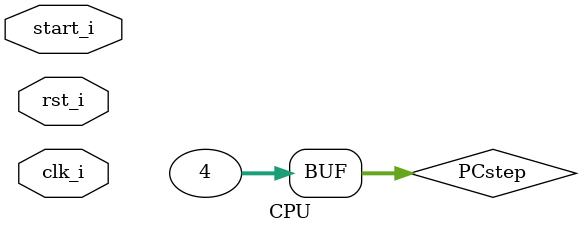
<source format=v>
module CPU
(
    clk_i, 
    rst_i,
    start_i
);

// Ports
input               clk_i;
input               rst_i;
input               start_i;



// My attempt
wire [31:0] currentPC;
wire [31:0] nextPC;
wire [31:0] PCstep; 
assign PCstep = 32'h0000_0004;

wire [31:0] IFinst;
wire [31:0] IDinst;
wire [31:0] IDPC;
wire PCWrite; 
wire stall;
// wire flush;
wire [6:0] opcode;
wire [1:0] ID_ALUOp;
wire ID_ALUSrc;
wire branch;
wire ID_MemRead;
wire ID_MemWrite;
wire ID_RegWrite;
wire ID_MemtoReg;
wire [31:0] ID_imm_i; // before ImmGen
wire [31:0] ID_imm_o; // after ImmGen
wire [9:0] ID_func73;
wire [4:0] rd_addr;
wire [31:0] RS1;
wire [31:0] RS2; 
wire EX_RegWrite;
wire EX_MemtoReg;
wire EX_MemRead; 
wire EX_MemWrite;

wire [1:0] ALUOp; 
wire ALUSrc;
wire [31:0] EX_data1;
wire [31:0] EX_data2;
wire [31:0] EX_imm;

wire [9:0] EX_func73; 
wire [4:0] EX_rs1_addr;
wire [4:0] EX_rs2_addr;
wire [4:0] EX_rd_addr; 
wire [1:0] ForwardA;
wire [1:0] ForwardB;
wire [31:0] mux1_o;
wire [31:0] mux2_o;
wire [31:0] MUX_o;
wire [2:0] ALUCtrl;
wire [31:0] ALUrslt;

wire MEM_RegWrite;
wire MEM_MemtoReg;
wire MEM_MemRead;
wire MEM_MemWrite;
wire [31:0] MEM_ALUrslt;
wire [4:0] MEM_rd_addr;
wire [31:0] MEM_WriteData;

wire WB_RegWrite;
wire WB_MemtoReg;

wire [4:0] WB_rd_addr;
wire [31:0] WB_ALUrslt;
wire [31:0] WB_ReadData;
wire [31:0] WB_o; 
wire [31:0] MEM_ReadData;
wire [4:0] rs1_addr;
wire [4:0] rs2_addr;
wire [31:0] pc_in;
wire [31:0] jumpimm;
wire [31:0] branch_pc;
wire jump;
wire noop;

// assignments
assign rs1_addr = IDinst[19:15];
assign rs2_addr = IDinst[24:20];
assign rd_addr = IDinst[11:7]; 
assign opcode = IDinst[6:0];
assign ID_imm_i = IDinst[31:0];
assign ID_func73 = {IDinst[31:25], IDinst[14:12]};
// assign jumpimm = ID_imm_o << 1;
assign jumpimm = ID_imm_o;
assign jump = (RS1 == RS2 && branch) ? 1 : 0; 




Adder Add_PC(
    .data1_in   (currentPC),
    .data2_in   (PCstep),
    .data_o     (nextPC)
);



Adder JumpAdder(
    .data1_in   (IDPC),
    .data2_in   (jumpimm),
    .data_o     (branch_pc)
);

MUX2to1 PCmux(
    .data0_i(nextPC), 
    .data1_i(branch_pc), 
    .select_i(jump), 
    .data_o(pc_in)
);


PC PC(
    .clk_i      (clk_i),
    .rst_i      (rst_i),
    .start_i    (start_i),
    .PCWrite_i  (PCWrite),
    .pc_i       (pc_in),
    .pc_o       (currentPC)
);

Instruction_Memory Instruction_Memory(
    .addr_i     (currentPC), 
    .instr_o    (IFinst)
);


HDU HDU(
    .isMemRead(EX_MemRead),
    .EX_Rd_addr(EX_rd_addr),
    .ID_Rs1_addr(rs1_addr),
    .ID_Rs2_addr(rs2_addr),

    .noop(noop),
    .stall(stall),
    .PCWrite(PCWrite)
);


IF_ID IF_ID(
    .clk_i(clk_i),
    .stall_i(stall),
    .pc_i(currentPC),
    .instr_i(IFinst),
    .flush_i(jump),
    .pc_o(IDPC),
    .instr_o(IDinst)
);


Registers Registers(
    .clk_i      (clk_i),
    .RS1addr_i   (rs1_addr),
    .RS2addr_i   (rs2_addr),
    .RDaddr_i   (WB_rd_addr), 
    .RDdata_i   (WB_o),
    .RegWrite_i (WB_RegWrite),  ////////////////////// TEST ////////////////
    // .RegWrite_i(1'b0),    
    .RS1data_o   (RS1), 
    .RS2data_o   (RS2) 
);

Control Control(
    .opcode (opcode),
    .noop(noop),
    .rst_i(rst_i),
    .ALUOp_o(ID_ALUOp),
    .ALUSrc_o(ID_ALUSrc),
    .branch_o(branch),
    .MemRead_o(ID_MemRead),
    .MemWrite_o(ID_MemWrite),
    .RegWrite_o(ID_RegWrite),
    .MemtoReg_o(ID_MemtoReg)
);

ImmGen ImmGen(
    .data_i(ID_imm_i),
    .data_o(ID_imm_o)
);


ID_EX ID_EX(
    .clk_i (clk_i),
    .rst_i(rst_i),
    .RegWrite_i (ID_RegWrite), 
    .MemtoReg_i(ID_MemtoReg),
    .MemRead_i(ID_MemRead), 
    .MemWrite_i(ID_MemWrite), 
    .ALUOp_i(ID_ALUOp), 
    .ALUSrc_i(ID_ALUSrc),
    .data1_i(RS1),
    .data2_i(RS2), 
    .imm_i(ID_imm_o),
    .func73_i(ID_func73), 
    .EX_rs1_i(rs1_addr),
    .EX_rs2_i(rs2_addr),
    .EX_rd_i(rd_addr),

    .RegWrite_o(EX_RegWrite), 
    .MemtoReg_o(EX_MemtoReg),
    .MemRead_o(EX_MemRead), 
    .MemWrite_o(EX_MemWrite), 
    .ALUOp_o(ALUOp), 
    .ALUSrc_o(ALUSrc),
    .data1_o(EX_data1),
    .data2_o(EX_data2), 
    .imm_o(EX_imm),
    .func73_o(EX_func73), 
    .EX_rs1_o(EX_rs1_addr),
    .EX_rs2_o(EX_rs2_addr),
    .EX_rd_o(EX_rd_addr)
);

MUX4to1 mux1(
    .data00_i(EX_data1), 
    .data01_i(WB_o), 
    .data10_i(MEM_ALUrslt),
    .data11_i(), 
    .select_i(ForwardA), 
    .data_o(mux1_o)
);

MUX4to1 mux2(
    .data00_i(EX_data2), 
    .data01_i(WB_o), 
    .data10_i(MEM_ALUrslt),
    .data11_i(), 
    .select_i(ForwardB), 
    .data_o(mux2_o)
);

MUX2to1 MUX(
    .data0_i(mux2_o), 
    .data1_i(EX_imm), 
    .select_i(ALUSrc), 
    .data_o(MUX_o)
);


ALU_Control ALU_Control(
    .func73_i(EX_func73), 
    .ALUOp_i(ALUOp), 
    .ALUCtrl_o(ALUCtrl)
);

ALU ALU (
    .data1_i(mux1_o)  ,
    .data2_i(MUX_o)  ,
    .ALUCtrl_i(ALUCtrl),
    .data_o(ALUrslt)   ,
    .Zero_o()   
);


FU FU(
    .EX_MEM_RegWrite(MEM_RegWrite), 
    .MEM_WB_RegWrite(WB_RegWrite),
    .EX_MEME_Rd(MEM_rd_addr),
    .MEM_WB_Rd(WB_rd_addr), 
    .ID_EX_Rs1(EX_rs1_addr),
    .ID_EX_Rs2(EX_rs2_addr),

    .ForwardA(ForwardA),
    .ForwardB(ForwardB)
);




EX_MEM EX_MEM
(
    .clk_i(clk_i),
    .rst_i(rst_i),
    .RegWrite_i(EX_RegWrite),
    .MemtoReg_i(EX_MemtoReg),
    .MemRead_i(EX_MemRead),
    .MemWrite_i(EX_MemWrite),
    .ALU_rslt_i(ALUrslt),
    .WriteData_i(mux2_o),
    .EX_MEM_Rd_i(EX_rd_addr),
    .RegWrite_o(MEM_RegWrite),
    .MemtoReg_o(MEM_MemtoReg),
    .MemRead_o(MEM_MemRead),
    .MemWrite_o(MEM_MemWrite),
    .ALU_rslt_o(MEM_ALUrslt),
    .WriteData_o(MEM_WriteData),
    .EX_MEM_Rd_o(MEM_rd_addr)
);


Data_Memory Data_Memory
(
    .clk_i(clk_i), 
    .addr_i(MEM_ALUrslt), 
    .MemRead_i(MEM_MemRead),
    .MemWrite_i(MEM_MemWrite),
    .data_i(MEM_WriteData),
    .data_o(MEM_ReadData)
);

MEM_WB MEM_WB(
    .clk_i(clk_i),
    .RegWrite_i(MEM_RegWrite),
    .MemtoReg_i(MEM_MemtoReg),
    .ALU_rslt_i(MEM_ALUrslt),
    .ReadData_i(MEM_ReadData),
    .MEM_WB_Rd_i(MEM_rd_addr),

    .RegWrite_o(WB_RegWrite),
    .MemtoReg_o(WB_MemtoReg),
    .ALU_rslt_o(WB_ALUrslt),
    .ReadData_o(WB_ReadData),
    .MEM_WB_Rd_o(WB_rd_addr)
);


MUX2to1 WB_MUX(
    .data0_i(WB_ALUrslt), 
    .data1_i(WB_ReadData), 
    .select_i(WB_MemtoReg), 
    .data_o(WB_o)
);

endmodule
</source>
